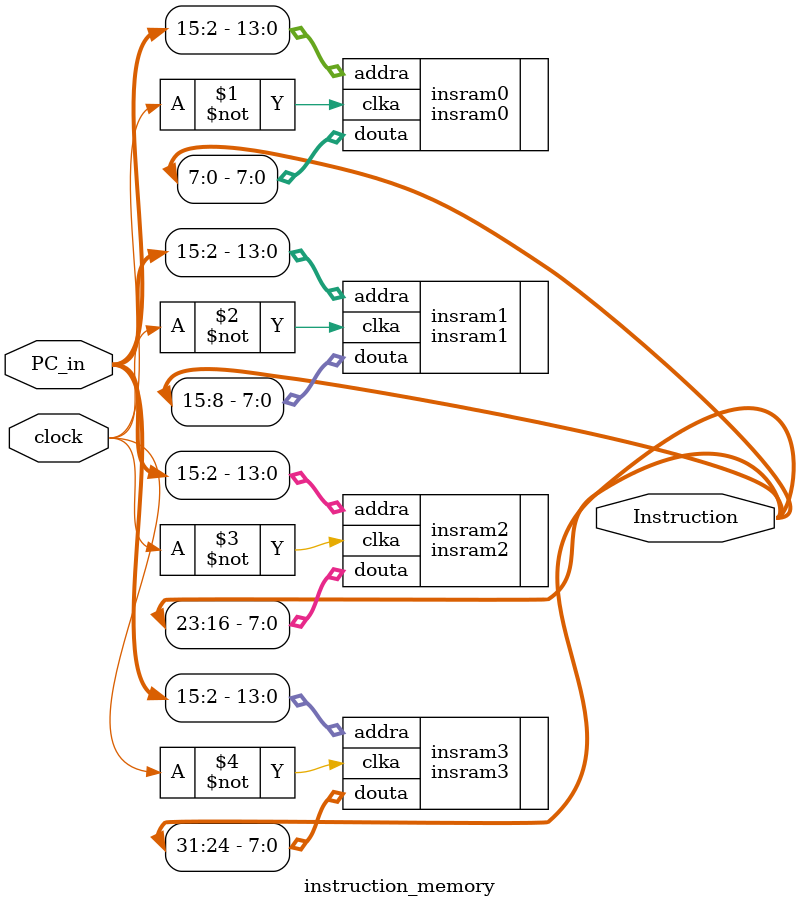
<source format=v>
`timescale 1ns / 1ps


module instruction_memory(//instruction reg
    clock,
    PC_in,
    Instruction
    );
    
    input [31:0] PC_in;
    input clock;
    output [31:0] Instruction;
    
    insram0 insram0(.clka(~clock),
              .addra(PC_in[15:2]),
              .douta(Instruction[7:0]));
              
    insram1 insram1(.clka(~clock),
              .addra(PC_in[15:2]),
              .douta(Instruction[15:8]));    
              
    insram2 insram2(.clka(~clock),
              .addra(PC_in[15:2]),
              .douta(Instruction[23:16]));
                        
    insram3 insram3(.clka(~clock),
              .addra(PC_in[15:2]),
              .douta(Instruction[31:24]));                                                
              
endmodule


</source>
